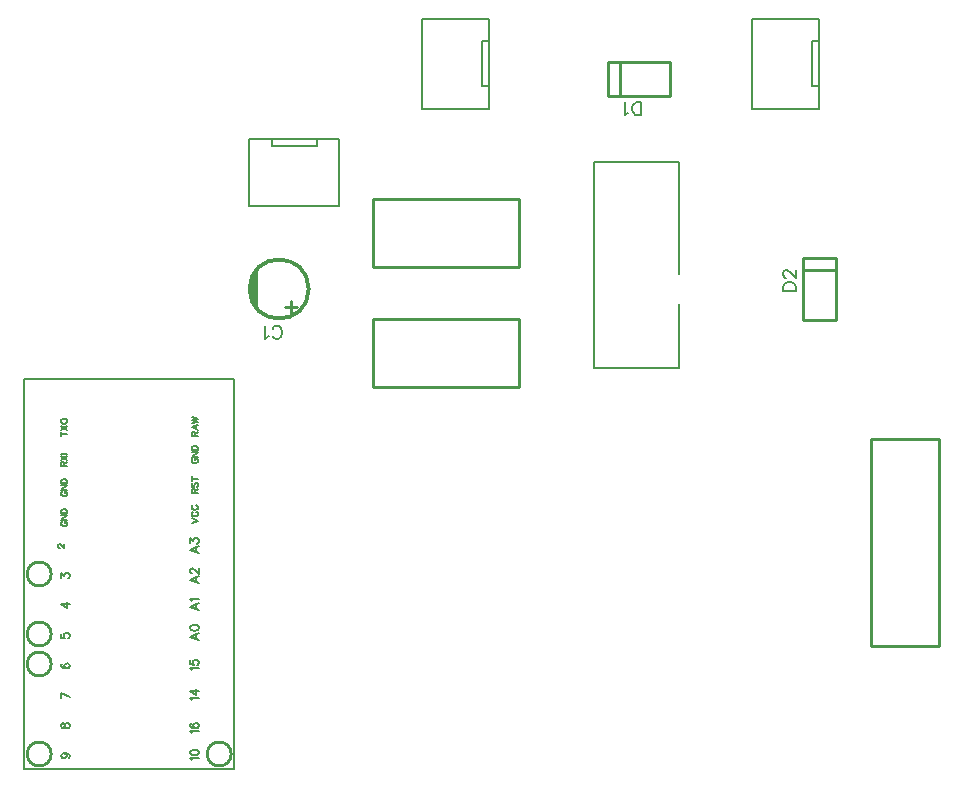
<source format=gto>
G04 Layer: TopSilkLayer*
G04 EasyEDA v6.4.19.5, 2021-06-12T21:58:25+03:00*
G04 1ff6661c721349f79f7509290fd69735,53ba2d9ccfca4158b71df57a2e042f82,10*
G04 Gerber Generator version 0.2*
G04 Scale: 100 percent, Rotated: No, Reflected: No *
G04 Dimensions in millimeters *
G04 leading zeros omitted , absolute positions ,4 integer and 5 decimal *
%FSLAX45Y45*%
%MOMM*%

%ADD10C,0.2540*%
%ADD23C,0.2032*%
%ADD24C,0.1270*%
%ADD25C,0.1999*%
%ADD26C,0.3000*%
%ADD27C,0.1524*%

%LPD*%
D27*
X6365493Y-1067815D02*
G01*
X6365493Y-958850D01*
X6365493Y-1067815D02*
G01*
X6329172Y-1067815D01*
X6313424Y-1062736D01*
X6303263Y-1052321D01*
X6297929Y-1041907D01*
X6292850Y-1026160D01*
X6292850Y-1000252D01*
X6297929Y-984757D01*
X6303263Y-974344D01*
X6313424Y-963929D01*
X6329172Y-958850D01*
X6365493Y-958850D01*
X6258559Y-1046987D02*
G01*
X6248145Y-1052321D01*
X6232397Y-1067815D01*
X6232397Y-958850D01*
X7568184Y-2555494D02*
G01*
X7677150Y-2555494D01*
X7568184Y-2555494D02*
G01*
X7568184Y-2519171D01*
X7573263Y-2503423D01*
X7583677Y-2493263D01*
X7594091Y-2487929D01*
X7609840Y-2482850D01*
X7635747Y-2482850D01*
X7651241Y-2487929D01*
X7661656Y-2493263D01*
X7672070Y-2503423D01*
X7677150Y-2519171D01*
X7677150Y-2555494D01*
X7594091Y-2443226D02*
G01*
X7589011Y-2443226D01*
X7578597Y-2438145D01*
X7573263Y-2432812D01*
X7568184Y-2422397D01*
X7568184Y-2401823D01*
X7573263Y-2391410D01*
X7578597Y-2386076D01*
X7589011Y-2380995D01*
X7599425Y-2380995D01*
X7609840Y-2386076D01*
X7625334Y-2396489D01*
X7677150Y-2448560D01*
X7677150Y-2375662D01*
X1481328Y-6470142D02*
G01*
X1491742Y-6473444D01*
X1498600Y-6480555D01*
X1502155Y-6490970D01*
X1502155Y-6494271D01*
X1498600Y-6504686D01*
X1491742Y-6511544D01*
X1481328Y-6515100D01*
X1477771Y-6515100D01*
X1467357Y-6511544D01*
X1460500Y-6504686D01*
X1456944Y-6494271D01*
X1456944Y-6490970D01*
X1460500Y-6480555D01*
X1467357Y-6473444D01*
X1481328Y-6470142D01*
X1498600Y-6470142D01*
X1515871Y-6473444D01*
X1526286Y-6480555D01*
X1529842Y-6490970D01*
X1529842Y-6497828D01*
X1526286Y-6508242D01*
X1519428Y-6511544D01*
X1456944Y-6243828D02*
G01*
X1460500Y-6254242D01*
X1467357Y-6257544D01*
X1474470Y-6257544D01*
X1481328Y-6254242D01*
X1484629Y-6247129D01*
X1488186Y-6233413D01*
X1491742Y-6223000D01*
X1498600Y-6216142D01*
X1505457Y-6212586D01*
X1515871Y-6212586D01*
X1522729Y-6216142D01*
X1526286Y-6219444D01*
X1529842Y-6229857D01*
X1529842Y-6243828D01*
X1526286Y-6254242D01*
X1522729Y-6257544D01*
X1515871Y-6261100D01*
X1505457Y-6261100D01*
X1498600Y-6257544D01*
X1491742Y-6250686D01*
X1488186Y-6240271D01*
X1484629Y-6226555D01*
X1481328Y-6219444D01*
X1474470Y-6216142D01*
X1467357Y-6216142D01*
X1460500Y-6219444D01*
X1456944Y-6229857D01*
X1456944Y-6243828D01*
X1456944Y-5958586D02*
G01*
X1529842Y-5993129D01*
X1456944Y-6007100D02*
G01*
X1456944Y-5958586D01*
X1467357Y-5711444D02*
G01*
X1460500Y-5715000D01*
X1456944Y-5725413D01*
X1456944Y-5732271D01*
X1460500Y-5742686D01*
X1470913Y-5749544D01*
X1488186Y-5753100D01*
X1505457Y-5753100D01*
X1519428Y-5749544D01*
X1526286Y-5742686D01*
X1529842Y-5732271D01*
X1529842Y-5728970D01*
X1526286Y-5718555D01*
X1519428Y-5711444D01*
X1509013Y-5708142D01*
X1505457Y-5708142D01*
X1495044Y-5711444D01*
X1488186Y-5718555D01*
X1484629Y-5728970D01*
X1484629Y-5732271D01*
X1488186Y-5742686D01*
X1495044Y-5749544D01*
X1505457Y-5753100D01*
X1456944Y-5457444D02*
G01*
X1456944Y-5492242D01*
X1488186Y-5495544D01*
X1484629Y-5492242D01*
X1481328Y-5481828D01*
X1481328Y-5471413D01*
X1484629Y-5461000D01*
X1491742Y-5454142D01*
X1502155Y-5450586D01*
X1509013Y-5450586D01*
X1519428Y-5454142D01*
X1526286Y-5461000D01*
X1529842Y-5471413D01*
X1529842Y-5481828D01*
X1526286Y-5492242D01*
X1522729Y-5495544D01*
X1515871Y-5499100D01*
X1456944Y-5210555D02*
G01*
X1505457Y-5245100D01*
X1505457Y-5193029D01*
X1456944Y-5210555D02*
G01*
X1529842Y-5210555D01*
X1456944Y-4984242D02*
G01*
X1456944Y-4946142D01*
X1484629Y-4966970D01*
X1484629Y-4956555D01*
X1488186Y-4949444D01*
X1491742Y-4946142D01*
X1502155Y-4942586D01*
X1509013Y-4942586D01*
X1519428Y-4946142D01*
X1526286Y-4953000D01*
X1529842Y-4963413D01*
X1529842Y-4973828D01*
X1526286Y-4984242D01*
X1522729Y-4987544D01*
X1515871Y-4991100D01*
X1442720Y-4729479D02*
G01*
X1440179Y-4729479D01*
X1435100Y-4726939D01*
X1432560Y-4724400D01*
X1430020Y-4719320D01*
X1430020Y-4709160D01*
X1432560Y-4704079D01*
X1435100Y-4701539D01*
X1440179Y-4699000D01*
X1445260Y-4699000D01*
X1450339Y-4701539D01*
X1457960Y-4706620D01*
X1483360Y-4732020D01*
X1483360Y-4696460D01*
X1468120Y-4508500D02*
G01*
X1463039Y-4511039D01*
X1457960Y-4516120D01*
X1455420Y-4521200D01*
X1455420Y-4531360D01*
X1457960Y-4536439D01*
X1463039Y-4541520D01*
X1468120Y-4544060D01*
X1475739Y-4546600D01*
X1488439Y-4546600D01*
X1496060Y-4544060D01*
X1501139Y-4541520D01*
X1506220Y-4536439D01*
X1508760Y-4531360D01*
X1508760Y-4521200D01*
X1506220Y-4516120D01*
X1501139Y-4511039D01*
X1496060Y-4508500D01*
X1488439Y-4508500D01*
X1488439Y-4521200D02*
G01*
X1488439Y-4508500D01*
X1455420Y-4491736D02*
G01*
X1508760Y-4491736D01*
X1455420Y-4491736D02*
G01*
X1508760Y-4456176D01*
X1455420Y-4456176D02*
G01*
X1508760Y-4456176D01*
X1455420Y-4439412D02*
G01*
X1508760Y-4439412D01*
X1455420Y-4439412D02*
G01*
X1455420Y-4421631D01*
X1457960Y-4414012D01*
X1463039Y-4408931D01*
X1468120Y-4406392D01*
X1475739Y-4403852D01*
X1488439Y-4403852D01*
X1496060Y-4406392D01*
X1501139Y-4408931D01*
X1506220Y-4414012D01*
X1508760Y-4421631D01*
X1508760Y-4439412D01*
X1468120Y-4254500D02*
G01*
X1463039Y-4257039D01*
X1457960Y-4262120D01*
X1455420Y-4267200D01*
X1455420Y-4277360D01*
X1457960Y-4282439D01*
X1463039Y-4287520D01*
X1468120Y-4290060D01*
X1475739Y-4292600D01*
X1488439Y-4292600D01*
X1496060Y-4290060D01*
X1501139Y-4287520D01*
X1506220Y-4282439D01*
X1508760Y-4277360D01*
X1508760Y-4267200D01*
X1506220Y-4262120D01*
X1501139Y-4257039D01*
X1496060Y-4254500D01*
X1488439Y-4254500D01*
X1488439Y-4267200D02*
G01*
X1488439Y-4254500D01*
X1455420Y-4237736D02*
G01*
X1508760Y-4237736D01*
X1455420Y-4237736D02*
G01*
X1508760Y-4202176D01*
X1455420Y-4202176D02*
G01*
X1508760Y-4202176D01*
X1455420Y-4185412D02*
G01*
X1508760Y-4185412D01*
X1455420Y-4185412D02*
G01*
X1455420Y-4167631D01*
X1457960Y-4160012D01*
X1463039Y-4154931D01*
X1468120Y-4152392D01*
X1475739Y-4149852D01*
X1488439Y-4149852D01*
X1496060Y-4152392D01*
X1501139Y-4154931D01*
X1506220Y-4160012D01*
X1508760Y-4167631D01*
X1508760Y-4185412D01*
X1455420Y-4038600D02*
G01*
X1508760Y-4038600D01*
X1455420Y-4038600D02*
G01*
X1455420Y-4015739D01*
X1457960Y-4008120D01*
X1460500Y-4005579D01*
X1465579Y-4003039D01*
X1470660Y-4003039D01*
X1475739Y-4005579D01*
X1478279Y-4008120D01*
X1480820Y-4015739D01*
X1480820Y-4038600D01*
X1480820Y-4020820D02*
G01*
X1508760Y-4003039D01*
X1455420Y-3986276D02*
G01*
X1508760Y-3950715D01*
X1455420Y-3950715D02*
G01*
X1508760Y-3986276D01*
X1455420Y-3933952D02*
G01*
X1508760Y-3933952D01*
X1455420Y-3766820D02*
G01*
X1508760Y-3766820D01*
X1455420Y-3784600D02*
G01*
X1455420Y-3749039D01*
X1455420Y-3732276D02*
G01*
X1508760Y-3696715D01*
X1455420Y-3696715D02*
G01*
X1508760Y-3732276D01*
X1455420Y-3664712D02*
G01*
X1457960Y-3669792D01*
X1463039Y-3674871D01*
X1468120Y-3677412D01*
X1475739Y-3679952D01*
X1488439Y-3679952D01*
X1496060Y-3677412D01*
X1501139Y-3674871D01*
X1506220Y-3669792D01*
X1508760Y-3664712D01*
X1508760Y-3654552D01*
X1506220Y-3649471D01*
X1501139Y-3644392D01*
X1496060Y-3641852D01*
X1488439Y-3639312D01*
X1475739Y-3639312D01*
X1468120Y-3641852D01*
X1463039Y-3644392D01*
X1457960Y-3649471D01*
X1455420Y-3654552D01*
X1455420Y-3664712D01*
X2560320Y-3784600D02*
G01*
X2613659Y-3784600D01*
X2560320Y-3784600D02*
G01*
X2560320Y-3761739D01*
X2562859Y-3754120D01*
X2565400Y-3751579D01*
X2570479Y-3749039D01*
X2575559Y-3749039D01*
X2580640Y-3751579D01*
X2583179Y-3754120D01*
X2585720Y-3761739D01*
X2585720Y-3784600D01*
X2585720Y-3766820D02*
G01*
X2613659Y-3749039D01*
X2560320Y-3711955D02*
G01*
X2613659Y-3732276D01*
X2560320Y-3711955D02*
G01*
X2613659Y-3691636D01*
X2595879Y-3724655D02*
G01*
X2595879Y-3699255D01*
X2560320Y-3674871D02*
G01*
X2613659Y-3662171D01*
X2560320Y-3649471D02*
G01*
X2613659Y-3662171D01*
X2560320Y-3649471D02*
G01*
X2613659Y-3636771D01*
X2560320Y-3624071D02*
G01*
X2613659Y-3636771D01*
X2573020Y-3975100D02*
G01*
X2567940Y-3977639D01*
X2562859Y-3982720D01*
X2560320Y-3987800D01*
X2560320Y-3997960D01*
X2562859Y-4003039D01*
X2567940Y-4008120D01*
X2573020Y-4010660D01*
X2580640Y-4013200D01*
X2593340Y-4013200D01*
X2600959Y-4010660D01*
X2606040Y-4008120D01*
X2611120Y-4003039D01*
X2613659Y-3997960D01*
X2613659Y-3987800D01*
X2611120Y-3982720D01*
X2606040Y-3977639D01*
X2600959Y-3975100D01*
X2593340Y-3975100D01*
X2593340Y-3987800D02*
G01*
X2593340Y-3975100D01*
X2560320Y-3958336D02*
G01*
X2613659Y-3958336D01*
X2560320Y-3958336D02*
G01*
X2613659Y-3922776D01*
X2560320Y-3922776D02*
G01*
X2613659Y-3922776D01*
X2560320Y-3906012D02*
G01*
X2613659Y-3906012D01*
X2560320Y-3906012D02*
G01*
X2560320Y-3888231D01*
X2562859Y-3880612D01*
X2567940Y-3875531D01*
X2573020Y-3872992D01*
X2580640Y-3870452D01*
X2593340Y-3870452D01*
X2600959Y-3872992D01*
X2606040Y-3875531D01*
X2611120Y-3880612D01*
X2613659Y-3888231D01*
X2613659Y-3906012D01*
X2560320Y-4267200D02*
G01*
X2613659Y-4267200D01*
X2560320Y-4267200D02*
G01*
X2560320Y-4244339D01*
X2562859Y-4236720D01*
X2565400Y-4234179D01*
X2570479Y-4231639D01*
X2575559Y-4231639D01*
X2580640Y-4234179D01*
X2583179Y-4236720D01*
X2585720Y-4244339D01*
X2585720Y-4267200D01*
X2585720Y-4249420D02*
G01*
X2613659Y-4231639D01*
X2567940Y-4179315D02*
G01*
X2562859Y-4184395D01*
X2560320Y-4192015D01*
X2560320Y-4202176D01*
X2562859Y-4209795D01*
X2567940Y-4214876D01*
X2573020Y-4214876D01*
X2578100Y-4212336D01*
X2580640Y-4209795D01*
X2583179Y-4204715D01*
X2588259Y-4189476D01*
X2590800Y-4184395D01*
X2593340Y-4181855D01*
X2598420Y-4179315D01*
X2606040Y-4179315D01*
X2611120Y-4184395D01*
X2613659Y-4192015D01*
X2613659Y-4202176D01*
X2611120Y-4209795D01*
X2606040Y-4214876D01*
X2560320Y-4144771D02*
G01*
X2613659Y-4144771D01*
X2560320Y-4162552D02*
G01*
X2560320Y-4126992D01*
X2560320Y-4521200D02*
G01*
X2613659Y-4500879D01*
X2560320Y-4480560D02*
G01*
X2613659Y-4500879D01*
X2573020Y-4425695D02*
G01*
X2567940Y-4428236D01*
X2562859Y-4433315D01*
X2560320Y-4438395D01*
X2560320Y-4448555D01*
X2562859Y-4453636D01*
X2567940Y-4458715D01*
X2573020Y-4461255D01*
X2580640Y-4463795D01*
X2593340Y-4463795D01*
X2600959Y-4461255D01*
X2606040Y-4458715D01*
X2611120Y-4453636D01*
X2613659Y-4448555D01*
X2613659Y-4438395D01*
X2611120Y-4433315D01*
X2606040Y-4428236D01*
X2600959Y-4425695D01*
X2573020Y-4370831D02*
G01*
X2567940Y-4373371D01*
X2562859Y-4378452D01*
X2560320Y-4383531D01*
X2560320Y-4393692D01*
X2562859Y-4398771D01*
X2567940Y-4403852D01*
X2573020Y-4406392D01*
X2580640Y-4408931D01*
X2593340Y-4408931D01*
X2600959Y-4406392D01*
X2606040Y-4403852D01*
X2611120Y-4398771D01*
X2613659Y-4393692D01*
X2613659Y-4383531D01*
X2611120Y-4378452D01*
X2606040Y-4373371D01*
X2600959Y-4370831D01*
X2549143Y-4747513D02*
G01*
X2622041Y-4775200D01*
X2549143Y-4747513D02*
G01*
X2622041Y-4719828D01*
X2597658Y-4764786D02*
G01*
X2597658Y-4730242D01*
X2549143Y-4690110D02*
G01*
X2549143Y-4652010D01*
X2576829Y-4672584D01*
X2576829Y-4662170D01*
X2580386Y-4655312D01*
X2583941Y-4652010D01*
X2594356Y-4648454D01*
X2601213Y-4648454D01*
X2611627Y-4652010D01*
X2618486Y-4658868D01*
X2622041Y-4669281D01*
X2622041Y-4679695D01*
X2618486Y-4690110D01*
X2614929Y-4693412D01*
X2608072Y-4696968D01*
X2549143Y-5001513D02*
G01*
X2622041Y-5029200D01*
X2549143Y-5001513D02*
G01*
X2622041Y-4973828D01*
X2597658Y-5018786D02*
G01*
X2597658Y-4984242D01*
X2566670Y-4947412D02*
G01*
X2563113Y-4947412D01*
X2556256Y-4944110D01*
X2552700Y-4940554D01*
X2549143Y-4933695D01*
X2549143Y-4919726D01*
X2552700Y-4912868D01*
X2556256Y-4909312D01*
X2563113Y-4906010D01*
X2569972Y-4906010D01*
X2576829Y-4909312D01*
X2587243Y-4916170D01*
X2622041Y-4950968D01*
X2622041Y-4902454D01*
X2549143Y-5230113D02*
G01*
X2622041Y-5257800D01*
X2549143Y-5230113D02*
G01*
X2622041Y-5202428D01*
X2597658Y-5247386D02*
G01*
X2597658Y-5212842D01*
X2563113Y-5179568D02*
G01*
X2559558Y-5172710D01*
X2549143Y-5162295D01*
X2622041Y-5162295D01*
X2549143Y-5484113D02*
G01*
X2622041Y-5511800D01*
X2549143Y-5484113D02*
G01*
X2622041Y-5456428D01*
X2597658Y-5501386D02*
G01*
X2597658Y-5466842D01*
X2549143Y-5412739D02*
G01*
X2552700Y-5423154D01*
X2563113Y-5430012D01*
X2580386Y-5433568D01*
X2590800Y-5433568D01*
X2608072Y-5430012D01*
X2618486Y-5423154D01*
X2622041Y-5412739D01*
X2622041Y-5405881D01*
X2618486Y-5395468D01*
X2608072Y-5388610D01*
X2590800Y-5385054D01*
X2580386Y-5385054D01*
X2563113Y-5388610D01*
X2552700Y-5395468D01*
X2549143Y-5405881D01*
X2549143Y-5412739D01*
X2563113Y-5765800D02*
G01*
X2559558Y-5758942D01*
X2549143Y-5748528D01*
X2622041Y-5748528D01*
X2549143Y-5684012D02*
G01*
X2549143Y-5718810D01*
X2580386Y-5722112D01*
X2576829Y-5718810D01*
X2573527Y-5708395D01*
X2573527Y-5697981D01*
X2576829Y-5687568D01*
X2583941Y-5680710D01*
X2594356Y-5677154D01*
X2601213Y-5677154D01*
X2611627Y-5680710D01*
X2618486Y-5687568D01*
X2622041Y-5697981D01*
X2622041Y-5708395D01*
X2618486Y-5718810D01*
X2614929Y-5722112D01*
X2608072Y-5725668D01*
X2563113Y-6019800D02*
G01*
X2559558Y-6012942D01*
X2549143Y-6002528D01*
X2622041Y-6002528D01*
X2549143Y-5944870D02*
G01*
X2597658Y-5979668D01*
X2597658Y-5927597D01*
X2549143Y-5944870D02*
G01*
X2622041Y-5944870D01*
X2563113Y-6299200D02*
G01*
X2559558Y-6292342D01*
X2549143Y-6281928D01*
X2622041Y-6281928D01*
X2559558Y-6217412D02*
G01*
X2552700Y-6220968D01*
X2549143Y-6231381D01*
X2549143Y-6238239D01*
X2552700Y-6248654D01*
X2563113Y-6255512D01*
X2580386Y-6259068D01*
X2597658Y-6259068D01*
X2611627Y-6255512D01*
X2618486Y-6248654D01*
X2622041Y-6238239D01*
X2622041Y-6234684D01*
X2618486Y-6224270D01*
X2611627Y-6217412D01*
X2601213Y-6214110D01*
X2597658Y-6214110D01*
X2587243Y-6217412D01*
X2580386Y-6224270D01*
X2576829Y-6234684D01*
X2576829Y-6238239D01*
X2580386Y-6248654D01*
X2587243Y-6255512D01*
X2597658Y-6259068D01*
X2563113Y-6527800D02*
G01*
X2559558Y-6520942D01*
X2549143Y-6510528D01*
X2622041Y-6510528D01*
X2549143Y-6466839D02*
G01*
X2552700Y-6477254D01*
X2563113Y-6484112D01*
X2580386Y-6487668D01*
X2590800Y-6487668D01*
X2608072Y-6484112D01*
X2618486Y-6477254D01*
X2622041Y-6466839D01*
X2622041Y-6459981D01*
X2618486Y-6449568D01*
X2608072Y-6442710D01*
X2590800Y-6439154D01*
X2580386Y-6439154D01*
X2563113Y-6442710D01*
X2552700Y-6449568D01*
X2549143Y-6459981D01*
X2549143Y-6466839D01*
X3246221Y-2934207D02*
G01*
X3251555Y-2944621D01*
X3261969Y-2955036D01*
X3272129Y-2960115D01*
X3292957Y-2960115D01*
X3303371Y-2955036D01*
X3313785Y-2944621D01*
X3319119Y-2934207D01*
X3324199Y-2918460D01*
X3324199Y-2892552D01*
X3319119Y-2877057D01*
X3313785Y-2866644D01*
X3303371Y-2856229D01*
X3292957Y-2851150D01*
X3272129Y-2851150D01*
X3261969Y-2856229D01*
X3251555Y-2866644D01*
X3246221Y-2877057D01*
X3211931Y-2939287D02*
G01*
X3201517Y-2944621D01*
X3186023Y-2960115D01*
X3186023Y-2851150D01*
G36*
X3122574Y-2374900D02*
G01*
X3113024Y-2384653D01*
X3104032Y-2394915D01*
X3095650Y-2405735D01*
X3087928Y-2417013D01*
X3080918Y-2428748D01*
X3074619Y-2440889D01*
X3069082Y-2453386D01*
X3064256Y-2466187D01*
X3060242Y-2479243D01*
X3056991Y-2492502D01*
X3054553Y-2505964D01*
X3052927Y-2519527D01*
X3052114Y-2533142D01*
X3052114Y-2546858D01*
X3052927Y-2560472D01*
X3054553Y-2574036D01*
X3056991Y-2587498D01*
X3060242Y-2600756D01*
X3064256Y-2613812D01*
X3069082Y-2626614D01*
X3074619Y-2639110D01*
X3080918Y-2651252D01*
X3087928Y-2662986D01*
X3095650Y-2674264D01*
X3104032Y-2685084D01*
X3113024Y-2695346D01*
X3122574Y-2705100D01*
G37*
D10*
X6185926Y-622000D02*
G01*
X6185926Y-901999D01*
X6090000Y-622000D02*
G01*
X6090000Y-901999D01*
X6090000Y-901999D02*
G01*
X6609999Y-901999D01*
X6609999Y-622000D02*
G01*
X6609999Y-901999D01*
X6090000Y-622000D02*
G01*
X6609999Y-622000D01*
X8013999Y-2375926D02*
G01*
X7734000Y-2375926D01*
X8013999Y-2280000D02*
G01*
X7734000Y-2280000D01*
X7734000Y-2280000D02*
G01*
X7734000Y-2799999D01*
X8013999Y-2799999D02*
G01*
X7734000Y-2799999D01*
X8013999Y-2280000D02*
G01*
X8013999Y-2799999D01*
D23*
X1143000Y-3302000D02*
G01*
X1143000Y-6604000D01*
X2921000Y-6604000D01*
X2921000Y-3302000D01*
X1143000Y-3302000D01*
D24*
X7302500Y-254000D02*
G01*
X7874000Y-254000D01*
X7874000Y-444500D01*
X7874000Y-825500D01*
X7874000Y-1016000D01*
X7302500Y-1016000D01*
X7302500Y-254000D01*
X7874000Y-444500D02*
G01*
X7810500Y-444500D01*
X7810500Y-825500D01*
X7874000Y-825500D01*
X4508500Y-254000D02*
G01*
X5080000Y-254000D01*
X5080000Y-444500D01*
X5080000Y-825500D01*
X5080000Y-1016000D01*
X4508500Y-1016000D01*
X4508500Y-254000D01*
X5080000Y-444500D02*
G01*
X5016500Y-444500D01*
X5016500Y-825500D01*
X5080000Y-825500D01*
X3048000Y-1841500D02*
G01*
X3048000Y-1270000D01*
X3238500Y-1270000D01*
X3619500Y-1270000D01*
X3810000Y-1270000D01*
X3810000Y-1841500D01*
X3048000Y-1841500D01*
X3238500Y-1270000D02*
G01*
X3238500Y-1333500D01*
X3619500Y-1333500D01*
X3619500Y-1270000D01*
D10*
X3453612Y-2689987D02*
G01*
X3352012Y-2689987D01*
X3401999Y-2739999D02*
G01*
X3401999Y-2638399D01*
X8311006Y-5564987D02*
G01*
X8886012Y-5563996D01*
X8311997Y-3815994D02*
G01*
X8311006Y-5564987D01*
X8886012Y-5563996D02*
G01*
X8886012Y-3814013D01*
X8886012Y-3814013D02*
G01*
X8311006Y-3812997D01*
X5334000Y-1778000D02*
G01*
X5334000Y-2353005D01*
X4093997Y-2353005D01*
X4093997Y-1778000D01*
X5334000Y-1778000D01*
X5334000Y-2794000D02*
G01*
X5334000Y-3369005D01*
X4093997Y-3369005D01*
X4093997Y-2794000D01*
X5334000Y-2794000D01*
D25*
X6684009Y-2415794D02*
G01*
X6684009Y-1464995D01*
X5963996Y-1464995D01*
X5963996Y-3204997D01*
X6684009Y-3204997D01*
X6684009Y-2664205D01*
D10*
G75*
G01
X1371600Y-5715000D02*
G03X1371600Y-5715000I-101600J0D01*
G75*
G01
X1371600Y-5461000D02*
G03X1371600Y-5461000I-101600J0D01*
G75*
G01
X1371600Y-4953000D02*
G03X1371600Y-4953000I-101600J0D01*
G75*
G01
X1371600Y-6477000D02*
G03X1371600Y-6477000I-101600J0D01*
G75*
G01
X2895600Y-6477000D02*
G03X2895600Y-6477000I-101600J0D01*
D26*
G75*
G01
X3552012Y-2540000D02*
G03X3552012Y-2540000I-250012J0D01*
M02*

</source>
